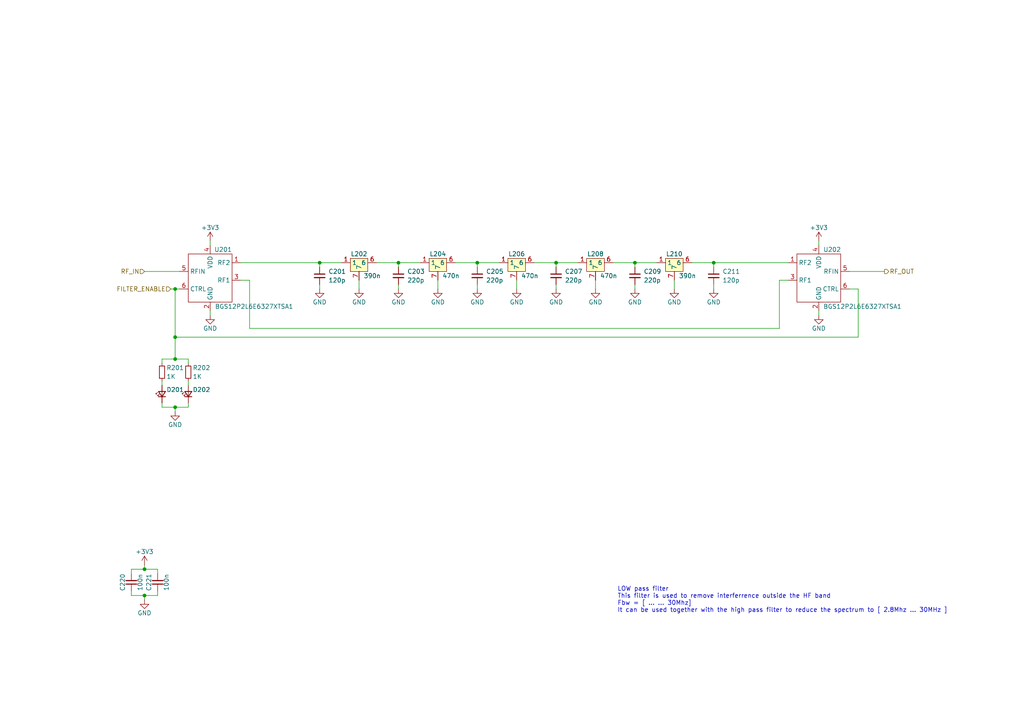
<source format=kicad_sch>
(kicad_sch (version 20211123) (generator eeschema)
  (paper "A4")
  (lib_symbols
    (symbol "Device:C_Small" (pin_numbers hide) (pin_names (offset 0.254) hide)
      (property "Reference" "C" (at 0.254 1.778 0))
      (property "Value" "C_Small" (at 0.254 -2.032 0))
      (symbol "C_Small_0_1"
        (polyline (pts (xy -1.524 -0.508) (xy 1.524 -0.508)) (stroke (width 0.3302)))
        (polyline (pts (xy -1.524 0.508) (xy 1.524 0.508)) (stroke (width 0.3048)))
      )
      (symbol "C_Small_1_1"
        (pin passive line (at 0 2.54 270) (length 2.032) (name "~") (number "1"))
        (pin passive line (at 0 -2.54 90) (length 2.032) (name "~") (number "2"))
      )
    )
    (symbol "Device:LED_Small" (pin_numbers hide) (pin_names (offset 0.254) hide)
      (property "Reference" "D" (at -1.27 3.175 0))
      (property "Value" "LED_Small" (at -4.445 -2.54 0))
      (symbol "LED_Small_0_1"
        (polyline (pts (xy -0.762 -1.016) (xy -0.762 1.016)) (stroke (width 0.254)))
        (polyline (pts (xy 1.016 0) (xy -0.762 0)))
        (polyline (pts (xy 0.762 -1.016) (xy -0.762 0) (xy 0.762 1.016) (xy 0.762 -1.016)) (stroke (width 0.254)))
        (polyline (pts (xy 0 0.762) (xy -0.508 1.27) (xy -0.254 1.27) (xy -0.508 1.27) (xy -0.508 1.016)))
        (polyline (pts (xy 0.508 1.27) (xy 0 1.778) (xy 0.254 1.778) (xy 0 1.778) (xy 0 1.524)))
      )
      (symbol "LED_Small_1_1"
        (pin passive line (at -2.54 0 0) (length 1.778) (name "K") (number "1"))
        (pin passive line (at 2.54 0 180) (length 1.778) (name "A") (number "2"))
      )
    )
    (symbol "Device:R_Small" (pin_numbers hide) (pin_names (offset 0.254) hide)
      (property "Reference" "R" (at 0.762 0.508 0))
      (property "Value" "R_Small" (at 0.762 -1.016 0))
      (symbol "R_Small_0_1"
        (rectangle (start -0.762 1.778) (end 0.762 -1.778) (stroke (width 0.2032)))
      )
      (symbol "R_Small_1_1"
        (pin passive line (at 0 2.54 270) (length 0.762) (name "~") (number "1"))
        (pin passive line (at 0 -2.54 90) (length 0.762) (name "~") (number "2"))
      )
    )
    (symbol "frontEnd:BGS12P2L6E6327XTSA1"
      (property "Reference" "U" (at 7.62 6.35 0))
      (property "Value" "BGS12P2L6E6327XTSA1" (at 19.05 -11.43 0))
      (symbol "BGS12P2L6E6327XTSA1_0_1"
        (rectangle (start 0 5.08) (end 12.7 -8.89))
      )
      (symbol "BGS12P2L6E6327XTSA1_1_1"
        (pin input line (at 15.24 2.54 180) (length 2.54) (name "RF2") (number "1"))
        (pin input line (at 6.35 -11.43 90) (length 2.54) (name "GND") (number "2"))
        (pin input line (at 15.24 -2.54 180) (length 2.54) (name "RF1") (number "3"))
        (pin input line (at 6.35 7.62 270) (length 2.54) (name "VDD") (number "4"))
        (pin input line (at -2.54 0 0) (length 2.54) (name "RFIN") (number "5"))
        (pin input line (at -2.54 -5.08 0) (length 2.54) (name "CTRL") (number "6"))
      )
    )
    (symbol "frontEnd:TOKO_10K_SERIES"
      (property "Reference" "L" (at 1.27 2.54 0))
      (property "Value" "TOKO_10K_SERIES" (at 15.24 -5.08 0))
      (symbol "TOKO_10K_SERIES_0_1"
        (rectangle (start 0 1.27) (end 5.08 -2.54) (fill (type background)))
      )
      (symbol "TOKO_10K_SERIES_1_1"
        (pin input line (at -2.54 0 0) (length 2.54) (name "1") (number "1"))
        (pin input line (at 7.62 0 180) (length 2.54) (name "6") (number "6"))
        (pin input line (at 2.54 -5.08 90) (length 2.54) (name "7") (number "7"))
      )
    )
    (symbol "power:+3V3" (power) (pin_names (offset 0))
      (property "Value" "+3V3" (at 0 3.556 0))
      (symbol "+3V3_0_1"
        (polyline (pts (xy -0.762 1.27) (xy 0 2.54)))
        (polyline (pts (xy 0 0) (xy 0 2.54)))
        (polyline (pts (xy 0 2.54) (xy 0.762 1.27)))
      )
      (symbol "+3V3_1_1"
        (pin power_in line (at 0 0 90) (length 0) hide (name "+3V3") (number "1"))
      )
    )
    (symbol "power:GND" (power) (pin_names (offset 0))
      (property "Value" "GND" (at 0 -3.81 0))
      (symbol "GND_0_1"
        (polyline (pts (xy 0 0) (xy 0 -1.27) (xy 1.27 -1.27) (xy 0 -2.54) (xy -1.27 -1.27) (xy 0 -1.27)))
      )
      (symbol "GND_1_1"
        (pin power_in line (at 0 0 270) (length 0) hide (name "GND") (number "1"))
      )
    )
  )
  (junction (at 138.43 76.2))
  (junction (at 50.8 97.79))
  (junction (at 50.8 118.11))
  (junction (at 50.8 104.14))
  (junction (at 50.8 83.82))
  (junction (at 161.29 76.2))
  (junction (at 41.91 165.1))
  (junction (at 115.57 76.2))
  (junction (at 207.01 76.2))
  (junction (at 41.91 172.72))
  (junction (at 184.15 76.2))
  (junction (at 92.71 76.2))
  (wire (pts (xy 138.43 76.2) (xy 138.43 77.47)))
  (wire (pts (xy 115.57 82.55) (xy 115.57 83.82)))
  (wire (pts (xy 132.08 76.2) (xy 138.43 76.2)))
  (wire (pts (xy 200.66 76.2) (xy 207.01 76.2)))
  (wire (pts (xy 41.91 172.72) (xy 41.91 173.99)))
  (wire (pts (xy 161.29 76.2) (xy 167.64 76.2)))
  (wire (pts (xy 109.22 76.2) (xy 115.57 76.2)))
  (wire (pts (xy 72.39 95.25) (xy 226.06 95.25)))
  (wire (pts (xy 115.57 76.2) (xy 121.92 76.2)))
  (wire (pts (xy 41.91 172.72) (xy 45.72 172.72)))
  (wire (pts (xy 50.8 118.11) (xy 50.8 119.38)))
  (wire (pts (xy 154.94 76.2) (xy 161.29 76.2)))
  (wire (pts (xy 50.8 83.82) (xy 52.07 83.82)))
  (wire (pts (xy 50.8 83.82) (xy 50.8 97.79)))
  (wire (pts (xy 248.92 97.79) (xy 248.92 83.82)))
  (wire (pts (xy 226.06 81.28) (xy 228.6 81.28)))
  (wire (pts (xy 50.8 104.14) (xy 54.61 104.14)))
  (wire (pts (xy 69.85 81.28) (xy 72.39 81.28)))
  (wire (pts (xy 149.86 81.28) (xy 149.86 83.82)))
  (wire (pts (xy 50.8 97.79) (xy 248.92 97.79)))
  (wire (pts (xy 92.71 76.2) (xy 92.71 77.47)))
  (wire (pts (xy 195.58 81.28) (xy 195.58 83.82)))
  (wire (pts (xy 38.1 172.72) (xy 41.91 172.72)))
  (wire (pts (xy 54.61 104.14) (xy 54.61 105.41)))
  (wire (pts (xy 138.43 76.2) (xy 144.78 76.2)))
  (wire (pts (xy 72.39 81.28) (xy 72.39 95.25)))
  (wire (pts (xy 41.91 165.1) (xy 45.72 165.1)))
  (wire (pts (xy 127 81.28) (xy 127 83.82)))
  (wire (pts (xy 138.43 82.55) (xy 138.43 83.82)))
  (wire (pts (xy 184.15 76.2) (xy 184.15 77.47)))
  (wire (pts (xy 46.99 110.49) (xy 46.99 111.76)))
  (wire (pts (xy 184.15 82.55) (xy 184.15 83.82)))
  (wire (pts (xy 38.1 166.37) (xy 38.1 165.1)))
  (wire (pts (xy 45.72 165.1) (xy 45.72 166.37)))
  (wire (pts (xy 46.99 116.84) (xy 46.99 118.11)))
  (wire (pts (xy 226.06 81.28) (xy 226.06 95.25)))
  (wire (pts (xy 161.29 76.2) (xy 161.29 77.47)))
  (wire (pts (xy 248.92 83.82) (xy 246.38 83.82)))
  (wire (pts (xy 38.1 165.1) (xy 41.91 165.1)))
  (wire (pts (xy 46.99 105.41) (xy 46.99 104.14)))
  (wire (pts (xy 54.61 110.49) (xy 54.61 111.76)))
  (wire (pts (xy 38.1 171.45) (xy 38.1 172.72)))
  (wire (pts (xy 41.91 78.74) (xy 52.07 78.74)))
  (wire (pts (xy 54.61 116.84) (xy 54.61 118.11)))
  (wire (pts (xy 60.96 69.85) (xy 60.96 71.12)))
  (wire (pts (xy 69.85 76.2) (xy 92.71 76.2)))
  (wire (pts (xy 49.53 83.82) (xy 50.8 83.82)))
  (wire (pts (xy 172.72 81.28) (xy 172.72 83.82)))
  (wire (pts (xy 45.72 171.45) (xy 45.72 172.72)))
  (wire (pts (xy 50.8 97.79) (xy 50.8 104.14)))
  (wire (pts (xy 46.99 118.11) (xy 50.8 118.11)))
  (wire (pts (xy 207.01 76.2) (xy 207.01 77.47)))
  (wire (pts (xy 207.01 82.55) (xy 207.01 83.82)))
  (wire (pts (xy 92.71 82.55) (xy 92.71 83.82)))
  (wire (pts (xy 184.15 76.2) (xy 190.5 76.2)))
  (wire (pts (xy 237.49 69.85) (xy 237.49 71.12)))
  (wire (pts (xy 237.49 90.17) (xy 237.49 91.44)))
  (wire (pts (xy 115.57 76.2) (xy 115.57 77.47)))
  (wire (pts (xy 207.01 76.2) (xy 228.6 76.2)))
  (wire (pts (xy 104.14 81.28) (xy 104.14 83.82)))
  (wire (pts (xy 246.38 78.74) (xy 256.54 78.74)))
  (wire (pts (xy 41.91 163.83) (xy 41.91 165.1)))
  (wire (pts (xy 92.71 76.2) (xy 99.06 76.2)))
  (wire (pts (xy 161.29 82.55) (xy 161.29 83.82)))
  (wire (pts (xy 177.8 76.2) (xy 184.15 76.2)))
  (wire (pts (xy 60.96 90.17) (xy 60.96 91.44)))
  (wire (pts (xy 46.99 104.14) (xy 50.8 104.14)))
  (wire (pts (xy 50.8 118.11) (xy 54.61 118.11)))
  (text "LOW pass filter\nThis filter is used to remove interferrence outside the HF band\nFbw = [ ... ... 30Mhz]\nIt can be used together with the high pass filter to reduce the spectrum to [ 2.8Mhz ... 30MHz ]" (at 179.07 177.8 0) (effects (font (size 1.27 1.27)) (justify left bottom)))
  (hierarchical_label "RF_IN" (shape input) (at 41.91 78.74 180))
  (hierarchical_label "FILTER_ENABLE" (shape input) (at 49.53 83.82 180))
  (hierarchical_label "RF_OUT" (shape output) (at 256.54 78.74 0))
  (symbol (lib_id "Device:C_Small") (at 45.72 168.91 180) (unit 1)
    (property "Reference" "C221" (at 43.18 168.91 90))
    (property "Value" "100n" (at 48.26 168.91 90))
    (property "Footprint" "Capacitor_SMD:C_0805_2012Metric" (effects hide))
  )
  (symbol (lib_id "power:+3V3") (at 41.91 163.83 0) (unit 1)
    (property "Reference" "#PWR?" (effects hide))
    (property "Value" "+3V3" (at 41.91 160.02 0))
  )
  (symbol (lib_id "Device:C_Small") (at 38.1 168.91 180) (unit 1)
    (property "Reference" "C220" (at 35.56 168.91 90))
    (property "Value" "100n" (at 40.64 168.91 90))
    (property "Footprint" "Capacitor_SMD:C_0805_2012Metric" (effects hide))
  )
  (symbol (lib_id "power:GND") (at 41.91 173.99 0) (unit 1)
    (property "Reference" "#PWR?" (effects hide))
    (property "Value" "GND" (at 41.91 177.8 0))
  )
  (symbol (lib_id "Device:C_Small") (at 138.43 80.01 0) (unit 1)
    (property "Reference" "C205" (at 140.97 78.7462 0) (effects (justify left)))
    (property "Value" "220p" (at 140.97 81.2862 0) (effects (justify left)))
    (property "Footprint" "Capacitor_SMD:C_0805_2012Metric" (effects hide))
  )
  (symbol (lib_id "Device:C_Small") (at 161.29 80.01 0) (unit 1)
    (property "Reference" "C207" (at 163.83 78.7462 0) (effects (justify left)))
    (property "Value" "220p" (at 163.83 81.2862 0) (effects (justify left)))
    (property "Footprint" "Capacitor_SMD:C_0805_2012Metric" (effects hide))
  )
  (symbol (lib_id "frontEnd:TOKO_10K_SERIES") (at 147.32 76.2 0) (unit 1)
    (property "Reference" "L206" (at 149.86 73.66 0))
    (property "Value" "470n" (at 153.67 80.01 0))
    (property "Footprint" "frontEnd:TOKO_10K" (effects hide))
  )
  (symbol (lib_id "Device:C_Small") (at 115.57 80.01 0) (unit 1)
    (property "Reference" "C203" (at 118.11 78.7462 0) (effects (justify left)))
    (property "Value" "220p" (at 118.11 81.2862 0) (effects (justify left)))
    (property "Footprint" "Capacitor_SMD:C_0805_2012Metric" (effects hide))
  )
  (symbol (lib_id "power:GND") (at 127 83.82 0) (unit 1)
    (property "Reference" "#PWR?" (effects hide))
    (property "Value" "GND" (at 127 87.63 0))
  )
  (symbol (lib_id "Device:C_Small") (at 92.71 80.01 0) (unit 1)
    (property "Reference" "C201" (at 95.25 78.7462 0) (effects (justify left)))
    (property "Value" "120p" (at 95.25 81.2862 0) (effects (justify left)))
    (property "Footprint" "Capacitor_SMD:C_0805_2012Metric" (effects hide))
  )
  (symbol (lib_id "power:GND") (at 104.14 83.82 0) (unit 1)
    (property "Reference" "#PWR?" (effects hide))
    (property "Value" "GND" (at 104.14 87.63 0))
  )
  (symbol (lib_id "power:GND") (at 92.71 83.82 0) (unit 1)
    (property "Reference" "#PWR?" (effects hide))
    (property "Value" "GND" (at 92.71 87.63 0))
  )
  (symbol (lib_id "power:GND") (at 50.8 119.38 0) (unit 1)
    (property "Reference" "#PWR?" (effects hide))
    (property "Value" "GND" (at 50.8 123.19 0))
  )
  (symbol (lib_id "Device:C_Small") (at 184.15 80.01 0) (unit 1)
    (property "Reference" "C209" (at 186.69 78.7462 0) (effects (justify left)))
    (property "Value" "220p" (at 186.69 81.2862 0) (effects (justify left)))
    (property "Footprint" "Capacitor_SMD:C_0805_2012Metric" (effects hide))
  )
  (symbol (lib_id "Device:R_Small") (at 46.99 107.95 0) (unit 1)
    (property "Reference" "R201" (at 48.26 106.68 0) (effects (justify left)))
    (property "Value" "1K" (at 48.26 109.22 0) (effects (justify left)))
    (property "Footprint" "Resistor_SMD:R_0805_2012Metric" (effects hide))
  )
  (symbol (lib_id "frontEnd:TOKO_10K_SERIES") (at 101.6 76.2 0) (unit 1)
    (property "Reference" "L202" (at 104.14 73.66 0))
    (property "Value" "390n" (at 107.95 80.01 0))
    (property "Footprint" "frontEnd:TOKO_10K" (effects hide))
  )
  (symbol (lib_id "power:GND") (at 207.01 83.82 0) (unit 1)
    (property "Reference" "#PWR?" (effects hide))
    (property "Value" "GND" (at 207.01 87.63 0))
  )
  (symbol (lib_id "power:GND") (at 161.29 83.82 0) (unit 1)
    (property "Reference" "#PWR?" (effects hide))
    (property "Value" "GND" (at 161.29 87.63 0))
  )
  (symbol (lib_id "power:GND") (at 184.15 83.82 0) (unit 1)
    (property "Reference" "#PWR?" (effects hide))
    (property "Value" "GND" (at 184.15 87.63 0))
  )
  (symbol (lib_id "frontEnd:BGS12P2L6E6327XTSA1") (at 243.84 78.74 0) (mirror y) (unit 1)
    (property "Reference" "U202" (at 238.76 72.39 0) (effects (justify right)))
    (property "Value" "BGS12P2L6E6327XTSA1" (at 238.76 88.9 0) (effects (justify right)))
  )
  (symbol (lib_id "power:GND") (at 195.58 83.82 0) (unit 1)
    (property "Reference" "#PWR?" (effects hide))
    (property "Value" "GND" (at 195.58 87.63 0))
  )
  (symbol (lib_id "frontEnd:TOKO_10K_SERIES") (at 170.18 76.2 0) (unit 1)
    (property "Reference" "L208" (at 172.72 73.66 0))
    (property "Value" "470n" (at 176.53 80.01 0))
    (property "Footprint" "frontEnd:TOKO_10K" (effects hide))
  )
  (symbol (lib_id "power:+3V3") (at 60.96 69.85 0) (unit 1)
    (property "Reference" "#PWR?" (effects hide))
    (property "Value" "+3V3" (at 60.96 66.04 0))
  )
  (symbol (lib_id "frontEnd:BGS12P2L6E6327XTSA1") (at 54.61 78.74 0) (unit 1)
    (property "Reference" "U201" (at 67.31 72.39 0) (effects (justify right)))
    (property "Value" "BGS12P2L6E6327XTSA1" (at 85.09 88.9 0) (effects (justify right)))
  )
  (symbol (lib_id "power:GND") (at 172.72 83.82 0) (unit 1)
    (property "Reference" "#PWR?" (effects hide))
    (property "Value" "GND" (at 172.72 87.63 0))
  )
  (symbol (lib_id "Device:LED_Small") (at 54.61 114.3 90) (unit 1)
    (property "Reference" "D202" (at 55.88 113.03 90) (effects (justify right)))
    (property "Value" "LED_Small" (effects hide))
    (property "Footprint" "LED_SMD:LED_0805_2012Metric" (effects hide))
  )
  (symbol (lib_id "frontEnd:TOKO_10K_SERIES") (at 193.04 76.2 0) (unit 1)
    (property "Reference" "L210" (at 195.58 73.66 0))
    (property "Value" "390n" (at 199.39 80.01 0))
    (property "Footprint" "frontEnd:TOKO_10K" (effects hide))
  )
  (symbol (lib_id "power:GND") (at 138.43 83.82 0) (unit 1)
    (property "Reference" "#PWR?" (effects hide))
    (property "Value" "GND" (at 138.43 87.63 0))
  )
  (symbol (lib_id "power:GND") (at 149.86 83.82 0) (unit 1)
    (property "Reference" "#PWR?" (effects hide))
    (property "Value" "GND" (at 149.86 87.63 0))
  )
  (symbol (lib_id "power:GND") (at 60.96 91.44 0) (unit 1)
    (property "Reference" "#PWR?" (effects hide))
    (property "Value" "GND" (at 60.96 95.25 0))
  )
  (symbol (lib_id "frontEnd:TOKO_10K_SERIES") (at 124.46 76.2 0) (unit 1)
    (property "Reference" "L204" (at 127 73.66 0))
    (property "Value" "470n" (at 130.81 80.01 0))
    (property "Footprint" "frontEnd:TOKO_10K" (effects hide))
  )
  (symbol (lib_id "power:+3V3") (at 237.49 69.85 0) (unit 1)
    (property "Reference" "#PWR?" (effects hide))
    (property "Value" "+3V3" (at 237.49 66.04 0))
  )
  (symbol (lib_id "Device:C_Small") (at 207.01 80.01 0) (unit 1)
    (property "Reference" "C211" (at 209.55 78.7462 0) (effects (justify left)))
    (property "Value" "120p" (at 209.55 81.2862 0) (effects (justify left)))
    (property "Footprint" "Capacitor_SMD:C_0805_2012Metric" (effects hide))
  )
  (symbol (lib_id "Device:LED_Small") (at 46.99 114.3 90) (unit 1)
    (property "Reference" "D201" (at 48.26 113.03 90) (effects (justify right)))
    (property "Value" "LED_Small" (effects hide))
    (property "Footprint" "LED_SMD:LED_0805_2012Metric" (effects hide))
  )
  (symbol (lib_id "power:GND") (at 237.49 91.44 0) (unit 1)
    (property "Reference" "#PWR?" (effects hide))
    (property "Value" "GND" (at 237.49 95.25 0))
  )
  (symbol (lib_id "Device:R_Small") (at 54.61 107.95 0) (unit 1)
    (property "Reference" "R202" (at 55.88 106.68 0) (effects (justify left)))
    (property "Value" "1K" (at 55.88 109.22 0) (effects (justify left)))
    (property "Footprint" "Resistor_SMD:R_0805_2012Metric" (effects hide))
  )
  (symbol (lib_id "power:GND") (at 115.57 83.82 0) (unit 1)
    (property "Reference" "#PWR?" (effects hide))
    (property "Value" "GND" (at 115.57 87.63 0))
  )
)
</source>
